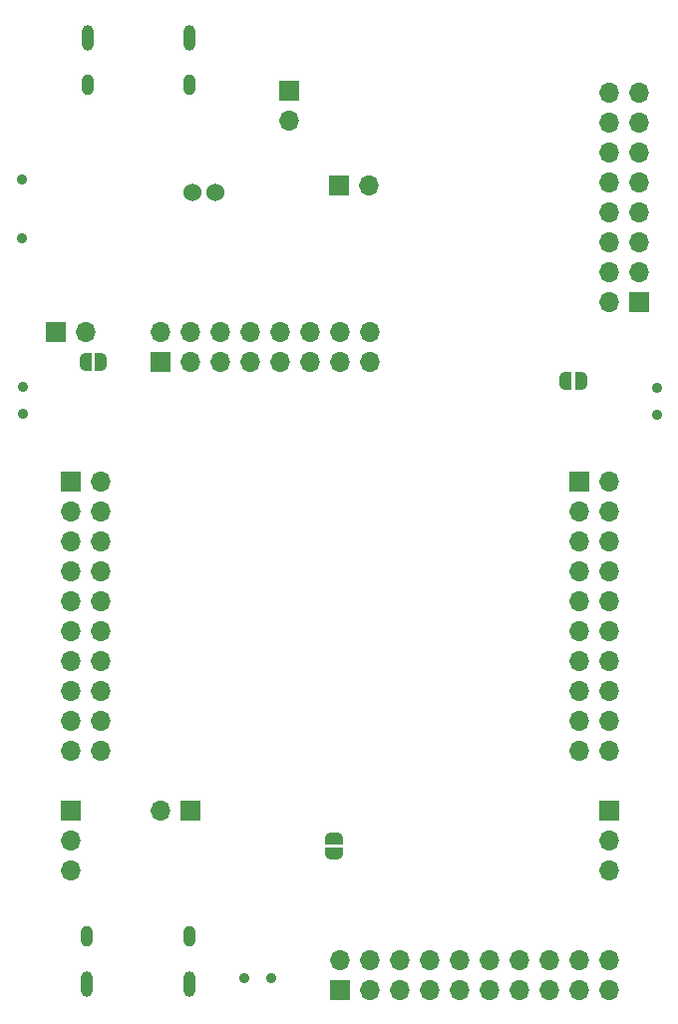
<source format=gbr>
G04 #@! TF.GenerationSoftware,KiCad,Pcbnew,8.0.7-8.0.7-0~ubuntu22.04.1*
G04 #@! TF.CreationDate,2025-01-09T15:11:21+01:00*
G04 #@! TF.ProjectId,rp2350b-launchpad-PCB,72703233-3530-4622-9d6c-61756e636870,rev?*
G04 #@! TF.SameCoordinates,Original*
G04 #@! TF.FileFunction,Soldermask,Bot*
G04 #@! TF.FilePolarity,Negative*
%FSLAX46Y46*%
G04 Gerber Fmt 4.6, Leading zero omitted, Abs format (unit mm)*
G04 Created by KiCad (PCBNEW 8.0.7-8.0.7-0~ubuntu22.04.1) date 2025-01-09 15:11:21*
%MOMM*%
%LPD*%
G01*
G04 APERTURE LIST*
G04 Aperture macros list*
%AMFreePoly0*
4,1,19,0.500000,-0.750000,0.000000,-0.750000,0.000000,-0.744911,-0.071157,-0.744911,-0.207708,-0.704816,-0.327430,-0.627875,-0.420627,-0.520320,-0.479746,-0.390866,-0.500000,-0.250000,-0.500000,0.250000,-0.479746,0.390866,-0.420627,0.520320,-0.327430,0.627875,-0.207708,0.704816,-0.071157,0.744911,0.000000,0.744911,0.000000,0.750000,0.500000,0.750000,0.500000,-0.750000,0.500000,-0.750000,
$1*%
%AMFreePoly1*
4,1,19,0.000000,0.744911,0.071157,0.744911,0.207708,0.704816,0.327430,0.627875,0.420627,0.520320,0.479746,0.390866,0.500000,0.250000,0.500000,-0.250000,0.479746,-0.390866,0.420627,-0.520320,0.327430,-0.627875,0.207708,-0.704816,0.071157,-0.744911,0.000000,-0.744911,0.000000,-0.750000,-0.500000,-0.750000,-0.500000,0.750000,0.000000,0.750000,0.000000,0.744911,0.000000,0.744911,
$1*%
G04 Aperture macros list end*
%ADD10R,1.700000X1.700000*%
%ADD11O,1.700000X1.700000*%
%ADD12C,0.900000*%
%ADD13O,1.000000X1.800000*%
%ADD14O,1.000000X2.200000*%
%ADD15C,1.524000*%
%ADD16FreePoly0,0.000000*%
%ADD17FreePoly1,0.000000*%
%ADD18FreePoly0,180.000000*%
%ADD19FreePoly1,180.000000*%
%ADD20FreePoly0,270.000000*%
%ADD21FreePoly1,270.000000*%
G04 APERTURE END LIST*
D10*
X116840000Y-106680000D03*
D11*
X119380000Y-106680000D03*
X116840000Y-109220000D03*
X119380000Y-109220000D03*
X116840000Y-111760000D03*
X119380000Y-111760000D03*
X116840000Y-114300000D03*
X119380000Y-114300000D03*
X116840000Y-116840000D03*
X119380000Y-116840000D03*
X116840000Y-119380000D03*
X119380000Y-119380000D03*
X116840000Y-121920000D03*
X119380000Y-121920000D03*
X116840000Y-124460000D03*
X119380000Y-124460000D03*
X116840000Y-127000000D03*
X119380000Y-127000000D03*
X116840000Y-129540000D03*
X119380000Y-129540000D03*
D10*
X116840000Y-134620000D03*
D11*
X116840000Y-137160000D03*
X116840000Y-139700000D03*
D10*
X139700000Y-149860000D03*
D11*
X139700000Y-147320000D03*
X142240000Y-149860000D03*
X142240000Y-147320000D03*
X144780000Y-149860000D03*
X144780000Y-147320000D03*
X147320000Y-149860000D03*
X147320000Y-147320000D03*
X149860000Y-149860000D03*
X149860000Y-147320000D03*
X152400000Y-149860000D03*
X152400000Y-147320000D03*
X154940000Y-149860000D03*
X154940000Y-147320000D03*
X157480000Y-149860000D03*
X157480000Y-147320000D03*
X160020000Y-149860000D03*
X160020000Y-147320000D03*
X162560000Y-149860000D03*
X162560000Y-147320000D03*
D10*
X160020000Y-106680000D03*
D11*
X162560000Y-106680000D03*
X160020000Y-109220000D03*
X162560000Y-109220000D03*
X160020000Y-111760000D03*
X162560000Y-111760000D03*
X160020000Y-114300000D03*
X162560000Y-114300000D03*
X160020000Y-116840000D03*
X162560000Y-116840000D03*
X160020000Y-119380000D03*
X162560000Y-119380000D03*
X160020000Y-121920000D03*
X162560000Y-121920000D03*
X160020000Y-124460000D03*
X162560000Y-124460000D03*
X160020000Y-127000000D03*
X162560000Y-127000000D03*
X160020000Y-129540000D03*
X162560000Y-129540000D03*
D10*
X162560000Y-134620000D03*
D11*
X162560000Y-137160000D03*
X162560000Y-139700000D03*
D10*
X135382000Y-73533000D03*
D11*
X135382000Y-76073000D03*
D10*
X165100000Y-91440000D03*
D11*
X162560000Y-91440000D03*
X165100000Y-88900000D03*
X162560000Y-88900000D03*
X165100000Y-86360000D03*
X162560000Y-86360000D03*
X165100000Y-83820000D03*
X162560000Y-83820000D03*
X165100000Y-81280000D03*
X162560000Y-81280000D03*
X165100000Y-78740000D03*
X162560000Y-78740000D03*
X165100000Y-76200000D03*
X162560000Y-76200000D03*
X165100000Y-73660000D03*
X162560000Y-73660000D03*
D12*
X131572000Y-148844000D03*
X133872000Y-148844000D03*
D10*
X139573000Y-81534000D03*
D11*
X142113000Y-81534000D03*
D10*
X124460000Y-96520000D03*
D11*
X124460000Y-93980000D03*
X127000000Y-96520000D03*
X127000000Y-93980000D03*
X129540000Y-96520000D03*
X129540000Y-93980000D03*
X132080000Y-96520000D03*
X132080000Y-93980000D03*
X134620000Y-96520000D03*
X134620000Y-93980000D03*
X137160000Y-96520000D03*
X137160000Y-93980000D03*
X139700000Y-96520000D03*
X139700000Y-93980000D03*
X142240000Y-96520000D03*
X142240000Y-93980000D03*
D12*
X112649000Y-81066000D03*
X112649000Y-86066000D03*
D13*
X118235000Y-145355000D03*
D14*
X118235000Y-149355000D03*
D13*
X126875000Y-145355000D03*
D14*
X126875000Y-149355000D03*
D10*
X127000000Y-134620000D03*
D11*
X124460000Y-134620000D03*
D10*
X115570000Y-93980000D03*
D11*
X118110000Y-93980000D03*
D12*
X112776000Y-98679000D03*
X112776000Y-100979000D03*
X166590000Y-101030000D03*
X166590000Y-98730000D03*
D13*
X126877000Y-73014000D03*
D14*
X126877000Y-69014000D03*
D13*
X118237000Y-73014000D03*
D14*
X118237000Y-69014000D03*
D15*
X129127000Y-82169000D03*
X127127000Y-82169000D03*
D16*
X158847000Y-98171000D03*
D17*
X160147000Y-98171000D03*
D18*
X119380000Y-96520000D03*
D19*
X118080000Y-96520000D03*
D20*
X139192000Y-137033000D03*
D21*
X139192000Y-138333000D03*
M02*

</source>
